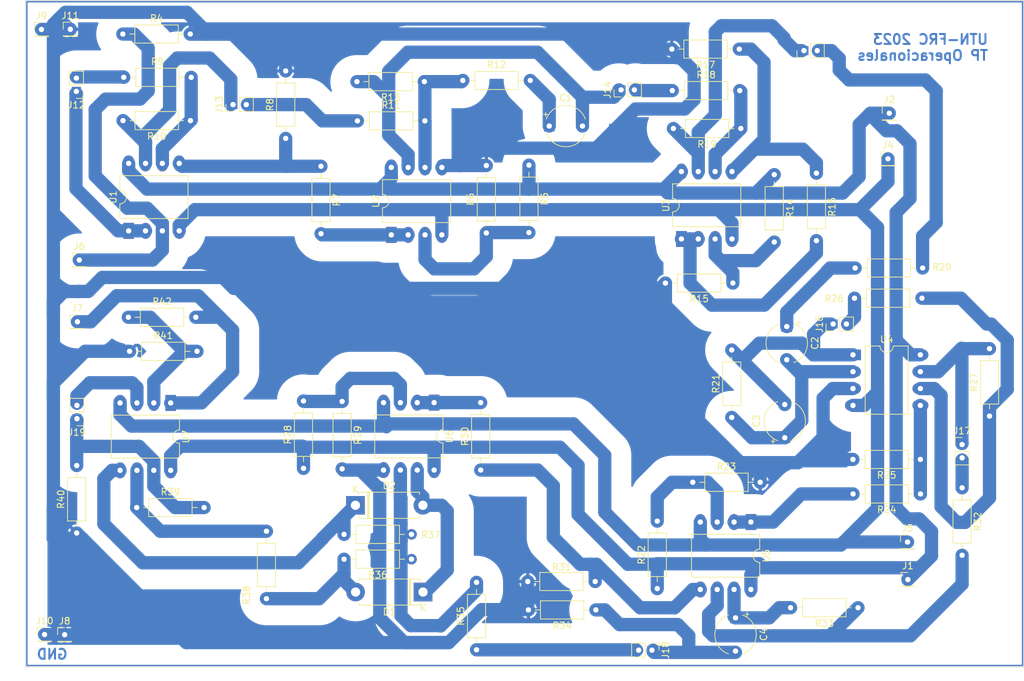
<source format=kicad_pcb>
(kicad_pcb (version 20221018) (generator pcbnew)
  (layers (0 "F.Cu" signal) (31 "B.Cu" signal) (34 "B.Paste" user) (35 "F.Paste" user) (36 "B.SilkS" user "B.Silkscreen") (37 "F.SilkS" user "F.Silkscreen") (38 "B.Mask" user) (39 "F.Mask" user) (44 "Edge.Cuts" user))
  (net 0 "")
  (net 1 "Net-(C1-Pad1)")
  (net 2 "Net-(J14-Pin_1)")
  (net 3 "Net-(C2-Pad1)")
  (net 4 "Net-(U4A--)")
  (net 5 "Net-(J16-Pin_1)")
  (net 6 "Net-(C4-Pad1)")
  (net 7 "Net-(J18-Pin_1)")
  (net 8 "Net-(D1-K)")
  (net 9 "Net-(D1-A)")
  (net 10 "Net-(D2-K)")
  (net 11 "+15V")
  (net 12 "-15V")
  (net 13 "INPUT")
  (net 14 "out")
  (net 15 "GND")
  (net 16 "Net-(J12-Pin_1)")
  (net 17 "out_E1")
  (net 18 "Net-(J13-Pin_1)")
  (net 19 "out_E2")
  (net 20 "out_E3")
  (net 21 "Net-(J15-Pin_1)")
  (net 22 "out_E4")
  (net 23 "out_E5")
  (net 24 "Net-(J17-Pin_1)")
  (net 25 "out_E6")
  (net 26 "out_E7")
  (net 27 "Net-(J19-Pin_1)")
  (net 28 "out_E8")
  (net 29 "Net-(U2A-+)")
  (net 30 "Net-(U1B-+)")
  (net 31 "Net-(U2A--)")
  (net 32 "Net-(U1B--)")
  (net 33 "Net-(U2B--)")
  (net 34 "Net-(U3A-+)")
  (net 35 "Net-(U3B-+)")
  (net 36 "Net-(U3A--)")
  (net 37 "Net-(U3B--)")
  (net 38 "Net-(U5A-+)")
  (net 39 "Net-(U4B-+)")
  (net 40 "Net-(U5A--)")
  (net 41 "Net-(U4B--)")
  (net 42 "Net-(U6A-+)")
  (net 43 "Net-(U5B-+)")
  (net 44 "Net-(U6A--)")
  (net 45 "Net-(U5B--)")
  (net 46 "Net-(U6B--)")
  (net 47 "Net-(U7A--)")
  (net 48 "Net-(U7B--)")
  (footprint "Resistor_THT:R_Axial_DIN0207_L6.3mm_D2.5mm_P10.16mm_Horizontal" (layer "F.Cu") (at 205.88 81.35 180)
    (fp_text reference "R20")
    (fp_text value "4.7K")
  )
  (footprint "Connector_PinHeader_2.00mm:PinHeader_1x01_P2.00mm_Vertical" (layer "F.Cu") (at 73.59 136.57)
    (fp_text reference "J10")
    (fp_text value "Conn_01x01_Pin")
  )
  (footprint "Connector_PinHeader_2.00mm:PinHeader_1x02_P2.00mm_Vertical" (layer "F.Cu") (at 165.1 138.93 -90)
    (fp_text reference "J18")
    (fp_text value "Conn_01x02")
  )
  (footprint "Connector_PinHeader_2.00mm:PinHeader_1x02_P2.00mm_Vertical" (layer "F.Cu") (at 188 48.6 90)
    (fp_text reference "J15" hide)
    (fp_text value "Conn_01x02")
  )
  (footprint "Connector_PinHeader_2.00mm:PinHeader_1x01_P2.00mm_Vertical" (layer "F.Cu") (at 73.12 45.41)
    (fp_text reference "J9")
    (fp_text value "Conn_01x01_Pin")
  )
  (footprint "Resistor_THT:R_Axial_DIN0207_L6.3mm_D2.5mm_P10.16mm_Horizontal" (layer "F.Cu") (at 112.6 111.54 90)
    (fp_text reference "R28")
    (fp_text value "13k")
  )
  (footprint "Capacitor_THT:CP_Radial_Tantal_D6.0mm_P5.00mm" (layer "F.Cu") (at 185.11 106.92 90)
    (fp_text reference "C3")
    (fp_text value "56pF")
  )
  (footprint "Capacitor_THT:CP_Radial_Tantal_D6.0mm_P5.00mm" (layer "F.Cu") (at 149.63 59.96)
    (fp_text reference "C1")
    (fp_text value "12nF")
  )
  (footprint "Resistor_THT:R_Axial_DIN0207_L6.3mm_D2.5mm_P10.16mm_Horizontal" (layer "F.Cu") (at 130.81 53.27 180)
    (fp_text reference "R13")
    (fp_text value "100k")
  )
  (footprint "Resistor_THT:R_Axial_DIN0207_L6.3mm_D2.5mm_P10.16mm_Horizontal" (layer "F.Cu") (at 156.55 128.58 180)
    (fp_text reference "R31")
    (fp_text value "100k")
  )
  (footprint "Package_DIP:DIP-8_W10.16mm_LongPads" (layer "F.Cu") (at 92.59 101.675 -90)
    (fp_text reference "U7")
    (fp_text value "TL082")
  )
  (footprint "Resistor_THT:R_Axial_DIN0207_L6.3mm_D2.5mm_P10.16mm_Horizontal" (layer "F.Cu") (at 140.15 76.07 90)
    (fp_text reference "R6")
    (fp_text value "2k")
  )
  (footprint "Resistor_THT:R_Axial_DIN0207_L6.3mm_D2.5mm_P10.16mm_Horizontal" (layer "F.Cu") (at 139.3 111.79 90)
    (fp_text reference "R30")
    (fp_text value "100k")
  )
  (footprint "Package_DIP:DIP-8_W10.16mm_LongPads" (layer "F.Cu") (at 195.385 94.43)
    (fp_text reference "U4")
    (fp_text value "TL082")
  )
  (footprint "Resistor_THT:R_Axial_DIN0207_L6.3mm_D2.5mm_P10.16mm_Horizontal" (layer "F.Cu") (at 178.26 48.37 180)
    (fp_text reference "R17")
    (fp_text value "47k")
  )
  (footprint "Resistor_THT:R_Axial_DIN0207_L6.3mm_D2.5mm_P10.16mm_Horizontal" (layer "F.Cu") (at 86.21 88.77)
    (fp_text reference "R42")
    (fp_text value "100k")
  )
  (footprint "Package_DIP:DIP-8_W10.16mm_LongPads" (layer "F.Cu") (at 169.54 76.975 90)
    (fp_text reference "U3")
    (fp_text value "TL082")
  )
  (footprint "Resistor_THT:R_Axial_DIN0207_L6.3mm_D2.5mm_P10.16mm_Horizontal" (layer "F.Cu") (at 95.57 59.14 180)
    (fp_text reference "R10")
    (fp_text value "100k")
  )
  (footprint "Resistor_THT:R_Axial_DIN0207_L6.3mm_D2.5mm_P10.16mm_Horizontal" (layer "F.Cu") (at 177.29 83.62 180)
    (fp_text reference "R15")
    (fp_text value "2k")
  )
  (footprint "Package_DIP:DIP-8_W10.16mm_LongPads" (layer "F.Cu") (at 125.83 76.355 90)
    (fp_text reference "U2")
    (fp_text value "TL082")
  )
  (footprint "Connector_PinHeader_2.00mm:PinHeader_1x02_P2.00mm_Vertical" (layer "F.Cu") (at 211.83 107.95)
    (fp_text reference "J17")
    (fp_text value "Conn_01x02")
  )
  (footprint "Resistor_THT:R_Axial_DIN0207_L6.3mm_D2.5mm_P10.16mm_Horizontal" (layer "F.Cu") (at 177.12 103.86 90)
    (fp_text reference "R21")
    (fp_text value "63k")
  )
  (footprint "Resistor_THT:R_Axial_DIN0207_L6.3mm_D2.5mm_P10.16mm_Horizontal" (layer "F.Cu") (at 205.56 115.39 180)
    (fp_text reference "R24")
    (fp_text value "100k")
  )
  (footprint "Resistor_THT:R_Axial_DIN0207_L6.3mm_D2.5mm_P10.16mm_Horizontal" (layer "F.Cu") (at 87.47 117.44)
    (fp_text reference "R39")
    (fp_text value "100k")
  )
  (footprint "Resistor_THT:R_Axial_DIN0207_L6.3mm_D2.5mm_P10.16mm_Horizontal" (layer "F.Cu") (at 85.52 52.62)
    (fp_text reference "R9")
    (fp_text value "100k")
  )
  (footprint "Connector_PinHeader_2.00mm:PinHeader_1x02_P2.00mm_Vertical" (layer "F.Cu") (at 78.47 104.05 180)
    (fp_text reference "J19")
    (fp_text value "Conn_01x02")
  )
  (footprint "Resistor_THT:R_Axial_DIN0207_L6.3mm_D2.5mm_P10.16mm_Horizontal" (layer "F.Cu") (at 109.92 61.82 90)
    (fp_text reference "R8")
    (fp_text value "100k")
  )
  (footprint "Connector_PinHeader_2.00mm:PinHeader_1x02_P2.00mm_Vertical" (layer "F.Cu") (at 192.4 89.79 90)
    (fp_text reference "J16")
    (fp_text value "Conn_01x02")
  )
  (footprint "Resistor_THT:R_Axial_DIN0207_L6.3mm_D2.5mm_P10.16mm_Horizontal" (layer "F.Cu") (at 165.9 129.65 90)
    (fp_text reference "R22")
    (fp_text value "13k")
  )
  (footprint "Connector_PinHeader_2.00mm:PinHeader_1x01_P2.00mm_Vertical" (layer "F.Cu") (at 200.66 64.9)
    (fp_text reference "J4")
    (fp_text value "Conn_01x01_Pin")
  )
  (footprint "Resistor_THT:R_Axial_DIN0207_L6.3mm_D2.5mm_P10.16mm_Horizontal" (layer "F.Cu") (at 196.15 132.53 180)
    (fp_text reference "R33")
    (fp_text value "42k")
  )
  (footprint "Resistor_THT:R_Axial_DIN0207_L6.3mm_D2.5mm_P10.16mm_Horizontal" (layer "F.Cu") (at 128.87 125.22 180)
    (fp_text reference "R36")
    (fp_text value "100k")
  )
  (footprint "Resistor_THT:R_Axial_DIN0207_L6.3mm_D2.5mm_P10.16mm_Horizontal" (layer "F.Cu") (at 86.4 93.9)
    (fp_text reference "R41")
    (fp_text value "100k")
  )
  (footprint "Resistor_THT:R_Axial_DIN0207_L6.3mm_D2.5mm_P10.16mm_Horizontal" (layer "F.Cu") (at 128.87 121.48 180)
    (fp_text reference "R37")
    (fp_text value "100k")
  )
  (footprint "Connector_PinHeader_2.00mm:PinHeader_1x02_P2.00mm_Vertical" (layer "F.Cu") (at 101.98 56.73 90)
    (fp_text reference "J13")
    (fp_text value "Conn_01x02")
  )
  (footprint "Capacitor_THT:CP_Radial_Tantal_D6.0mm_P5.00mm" (layer "F.Cu") (at 177.69 134.06 -90)
    (fp_text reference "C4")
    (fp_text value "10nF")
  )
  (footprint "Package_DIP:DIP-8_W10.16mm_LongPads" (layer "F.Cu") (at 180.01 119.625 -90)
    (fp_text reference "U5")
    (fp_text value "TL082")
  )
  (footprint "Package_DIP:DIP-8_W10.16mm_LongPads" (layer "F.Cu") (at 132.28 101.635 -90)
    (fp_text reference "U6")
    (fp_text value "TL082")
  )
  (footprint "Diode_THT:D_5W_P10.16mm_Horizontal" (layer "F.Cu") (at 130.61 130.17 180)
    (fp_text reference "D1")
    (fp_text value "1N914")
  )
  (footprint "Resistor_THT:R_Axial_DIN0207_L6.3mm_D2.5mm_P10.16mm_Horizontal" (layer "F.Cu") (at 195.62 85.9)
    (fp_text reference "R26")
    (fp_text value "100k")
  )
  (footprint "Connector_PinHeader_2.00mm:PinHeader_1x01_P2.00mm_Vertical" (layer "F.Cu") (at 78.54 89.45)
    (fp_text reference "J7")
    (fp_text value "Conn_01x01_Pin")
  )
  (footprint "Capacitor_THT:CP_Radial_Tantal_D6.0mm_P5.00mm" (layer "F.Cu") (at 185.41 90.17 -90)
    (fp_text reference "C2")
    (fp_text value "1nF")
  )
  (footprint "Connector_PinHeader_2.00mm:PinHeader_1x01_P2.00mm_Vertical" (layer "F.Cu") (at 77.47 45.38)
    (fp_text reference "J11")
    (fp_text value "Conn_01x01_Pin")
  )
  (footprint "Resistor_THT:R_Axial_DIN0207_L6.3mm_D2.5mm_P10.16mm_Horizontal" (layer "F.Cu") (at 107.02 131.17 90)
    (fp_text reference "R38")
    (fp_text value "100k")
  )
  (footprint "Connector_PinHeader_2.00mm:PinHeader_1x01_P2.00mm_Vertical" (layer "F.Cu") (at 76.62 136.6)
    (fp_text reference "J8")
    (fp_text value "Conn_01x01_Pin")
  )
  (footprint "Resistor_THT:R_Axial_DIN0207_L6.3mm_D2.5mm_P10.16mm_Horizontal" (layer "F.Cu") (at 178.49 60.33 180)
    (fp_text reference "R19")
    (fp_text value "47k")
  )
  (footprint "Connector_PinHeader_2.00mm:PinHeader_1x02_P2.00mm_Vertical" (layer "F.Cu") (at 160.45 54.51 90)
    (fp_text reference "J14")
    (fp_text value "Conn_01x02")
  )
  (footprint "Connector_PinHeader_2.00mm:PinHeader_1x01_P2.00mm_Vertical" (layer "F.Cu") (at 203.66 128.29)
    (fp_text reference "J1")
    (fp_text value "Conn_01x01_Pin")
  )
  (footprint "Resistor_THT:R_Axial_DIN0207_L6.3mm_D2.5mm_P10.16mm_Horizontal" (layer "F.Cu") (at 136.61 53.09)
    (fp_text reference "R12")
    (fp_text value "100")
  )
  (footprint "Resistor_THT:R_Axial_DIN0207_L6.3mm_D2.5mm_P10.16mm_Horizontal" (layer "F.Cu") (at 183.53 67.28 -90)
    (fp_text reference "R14")
    (fp_text value "12k")
  )
  (footprint "Resistor_THT:R_Axial_DIN0207_L6.3mm_D2.5mm_P10.16mm_Horizontal" (layer "F.Cu") (at 168.17 54.62)
    (fp_text reference "R18")
    (fp_text value "10k")
  )
  (footprint "Connector_PinHeader_2.00mm:PinHeader_1x01_P2.00mm_Vertical" (layer "F.Cu") (at 203.61 122.63)
    (fp_text reference "J5")
    (fp_text value "Conn_01x01_Pin")
  )
  (footprint "Resistor_THT:R_Axial_DIN0207_L6.3mm_D2.5mm_P10.16mm_Horizontal" (layer "F.Cu") (at 215.96 103.66 90)
    (fp_text reference "R27")
    (fp_text value "50k")
  )
  (footprint "Diode_THT:D_5W_P10.16mm_Horizontal" (layer "F.Cu") (at 120.43 117.1)
    (fp_text reference "D2")
    (fp_text value "1N914")
  )
  (footprint "Package_DIP:DIP-8_W10.16mm_LongPads" (layer "F.Cu") (at 86.26 75.75 90)
    (fp_text reference "U1")
    (fp_text value "TL082")
  )
  (footprint "Resistor_THT:R_Axial_DIN0207_L6.3mm_D2.5mm_P10.16mm_Horizontal" (layer "F.Cu") (at 120.73 59.18)
    (fp_text reference "R11")
    (fp_text value "10k")
  )
  (footprint "Resistor_THT:R_Axial_DIN0207_L6.3mm_D2.5mm_P10.16mm_Horizontal" (layer "F.Cu") (at 78.43 121.27 90)
    (fp_text reference "R40")
    (fp_text value "100k")
  )
  (footprint "Connector_PinHeader_2.00mm:PinHeader_1x01_P2.00mm_Vertical" (layer "F.Cu") (at 78.82 80.15)
    (fp_text reference "J6")
    (fp_text value "Conn_01x01_Pin")
  )
  (footprint "Resistor_THT:R_Axial_DIN0207_L6.3mm_D2.5mm_P10.16mm_Horizontal" (layer "F.Cu") (at 118.42 101.45 -90)
    (fp_text reference "R29")
    (fp_text value "2k")
  )
  (footprint "Resistor_THT:R_Axial_DIN0207_L6.3mm_D2.5mm_P10.16mm_Horizontal" (layer "F.Cu") (at 205.54 110.19 180)
    (fp_text reference "R25")
    (fp_text value "100k")
  )
  (footprint "Resistor_THT:R_Axial_DIN0207_L6.3mm_D2.5mm_P10.16mm_Horizontal" (layer "F.Cu") (at 115.24 66.02 -90)
    (fp_text reference "R7")
    (fp_text value "100k")
  )
  (footprint "Resistor_THT:R_Axial_DIN0207_L6.3mm_D2.5mm_P10.16mm_Horizontal" (layer "F.Cu") (at 171.25 113.63)
    (fp_text reference "R23")
    (fp_text value "2k")
  )
  (footprint "Resistor_THT:R_Axial_DIN0207_L6.3mm_D2.5mm_P10.16mm_Horizontal" (layer "F.Cu") (at 85.38 46.1)
    (fp_text reference "R4")
    (fp_text value "15k")
  )
  (footprint "Resistor_THT:R_Axial_DIN0207_L6.3mm_D2.5mm_P10.16mm_Horizontal" (layer "F.Cu") (at 211.83 114.47 -90)
    (fp_text reference "R32")
    (fp_text value "56k")
  )
  (footprint "Connector_PinHeader_2.00mm:PinHeader_1x01_P2.00mm_Vertical" (layer "F.Cu") (at 200.86 58.03)
    (fp_text reference "J2")
    (fp_text value "Conn_01x01_Pin")
  )
  (footprint "Resistor_THT:R_Axial_DIN0207_L6.3mm_D2.5mm_P10.16mm_Horizontal" (layer "F.Cu") (at 146.57 65.85 -90)
    (fp_text reference "R5")
    (fp_text value "18k")
  )
  (footprint "Resistor_THT:R_Axial_DIN0207_L6.3mm_D2.5mm_P10.16mm_Horizontal" (layer "F.Cu") (at 189.88 67.06 -90)
    (fp_text reference "R16")
    (fp_text value "10k")
  )
  (footprint "Resistor_THT:R_Axial_DIN0207_L6.3mm_D2.5mm_P10.16mm_Horizontal" (layer "F.Cu") (at 138.67 138.87 90)
    (fp_text reference "R35")
    (fp_text value "100k")
  )
  (footprint "Connector_PinHeader_2.00mm:PinHeader_1x02_P2.00mm_Vertical" (layer "F.Cu") (at 78.38 54.74 180)
    (fp_text reference "J12")
    (fp_text value "Conn_01x02")
  )
  (footprint "Resistor_THT:R_Axial_DIN0207_L6.3mm_D2.5mm_P10.16mm_Horizontal" (layer "F.Cu") (at 156.65 132.86 180)
    (fp_text reference "R34")
    (fp_text value "470")
  )
  (gr_line (start 70.93 141.23) (end 220.93 141.23) (stroke (width 0.2)) (layer "B.Cu"))
  (gr_line (start 70.93 41.23) (end 70.93 141.23) (stroke (width 0.2)) (layer "B.Cu"))
  (gr_line (start 220.93 41.23) (end 220.93 141.23) (stroke (width 0.2)) (layer "B.Cu"))
  (gr_line (start 70.93 41.23) (end 220.93 41.23) (stroke (width 0.2)) (layer "B.Cu"))
  (gr_rect (start 70.71 41.02) (end 221.12 141.44) (stroke (width 0.1)) (fill none) (layer "Edge.Cuts"))
  (gr_text "UTN-FRC 2023\nTP Operacionales " (at 215.9 50.2) (layer "B.Cu") (effects (font (size 1.5 1.5) (thickness 0.3) bold) (justify left bottom mirror)))
  (gr_text "GND" (at 77.22 140.42) (layer "B.Cu") (effects (font (size 1.5 1.5) (thickness 0.3) bold) (justify left bottom mirror)))
  (segment (start 149.63 55.95) (end 146.77 53.09) (width 2) (layer "B.Cu") (net 1))
  (segment (start 149.63 59.96) (end 149.63 55.95) (width 2) (layer "B.Cu") (net 1))
  (segment (start 128.37 64.27) (end 125.44 61.34) (width 2) (layer "B.Cu") (net 2))
  (segment (start 147.85 48.84) (end 128.31 48.84) (width 2) (layer "B.Cu") (net 2))
  (segment (start 160.125 54.835) (end 160.125 54.51) (width 2) (layer "B.Cu") (net 2))
  (segment (start 128.31 48.84) (end 125.44 51.71) (width 2) (layer "B.Cu") (net 2))
  (segment (start 128.37 66.195) (end 128.37 64.27) (width 2) (layer "B.Cu") (net 2))
  (segment (start 154.63 59.96) (end 154.63 55.62) (width 2) (layer "B.Cu") (net 2))
  (segment (start 125.44 51.71) (end 125.44 55.53) (width 2) (layer "B.Cu") (net 2))
  (segment (start 125.44 61.34) (end 125.44 55.53) (width 2) (layer "B.Cu") (net 2))
  (segment (start 154.63 55.62) (end 159.34 55.62) (width 2) (layer "B.Cu") (net 2))
  (segment (start 125.44 55.53) (end 123.18 53.27) (width 2) (layer "B.Cu") (net 2))
  (segment (start 123.18 53.27) (end 120.65 53.27) (width 2) (layer "B.Cu") (net 2))
  (segment (start 159.34 55.62) (end 160.125 54.835) (width 2) (layer "B.Cu") (net 2))
  (segment (start 154.63 55.62) (end 147.85 48.84) (width 2) (layer "B.Cu") (net 2))
  (segment (start 191.46 81.84) (end 191.95 81.35) (width 2) (layer "B.Cu") (net 3))
  (segment (start 185.41 87.99) (end 185.41 90.17) (width 2) (layer "B.Cu") (net 3))
  (segment (start 185.41 87.99) (end 191.46 81.94) (width 2) (layer "B.Cu") (net 3))
  (segment (start 191.46 81.94) (end 191.46 81.84) (width 2) (layer "B.Cu") (net 3))
  (segment (start 191.95 81.35) (end 195.72 81.35) (width 2) (layer "B.Cu") (net 3))
  (segment (start 195.385 96.97) (end 187.21 96.97) (width 2) (layer "B.Cu") (net 4))
  (segment (start 187.22 96.98) (end 185.41 95.17) (width 2) (layer "B.Cu") (net 4))
  (segment (start 185.11 106.92) (end 185.11 106.89) (width 2) (layer "B.Cu") (net 4))
  (segment (start 187.67 97.43) (end 187.22 96.98) (width 2) (layer "B.Cu") (net 4))
  (segment (start 187.67 104.33) (end 187.67 97.43) (width 2) (layer "B.Cu") (net 4))
  (segment (start 187.21 96.97) (end 185.41 95.17) (width 2) (layer "B.Cu") (net 4))
  (segment (start 185.11 106.92) (end 180.18 106.92) (width 2) (layer "B.Cu") (net 4))
  (segment (start 185.11 106.89) (end 187.67 104.33) (width 2) (layer "B.Cu") (net 4))
  (segment (start 180.18 106.92) (end 177.12 103.86) (width 2) (layer "B.Cu") (net 4))
  (segment (start 181.29 92.67) (end 178.69 95.27) (width 2) (layer "B.Cu") (net 5))
  (segment (start 187.67 92.67) (end 181.29 92.67) (width 2) (layer "B.Cu") (net 5))
  (segment (start 189.45 94.43) (end 189.45 91.33) (width 2) (layer "B.Cu") (net 5))
  (segment (start 178.69 95.27) (end 177.12 93.7) (width 2) (layer "B.Cu") (net 5))
  (segment (start 189.44 94.44) (end 187.67 92.67) (width 2) (layer "B.Cu") (net 5))
  (segment (start 189.45 94.43) (end 195.385 94.43) (width 2) (layer "B.Cu") (net 5))
  (segment (start 185.11 101.69) (end 178.69 95.27) (width 2) (layer "B.Cu") (net 5))
  (segment (start 189.45 91.33) (end 190.99 89.79) (width 2) (layer "B.Cu") (net 5))
  (segment (start 189.44 94.44) (end 189.45 94.43) (width 2) (layer "B.Cu") (net 5))
  (segment (start 190.99 89.79) (end 192.075 89.79) (width 2) (layer "B.Cu") (net 5))
  (segment (start 185.11 101.92) (end 185.11 101.69) (width 2) (layer "B.Cu") (net 5))
  (segment (start 177.47 133.84) (end 177.47 129.785) (width 2) (layer "B.Cu") (net 6))
  (segment (start 184.29 132.53) (end 182.76 134.06) (width 2) (layer "B.Cu") (net 6))
  (segment (start 185.99 132.53) (end 184.29 132.53) (width 2) (layer "B.Cu") (net 6))
  (segment (start 182.76 134.06) (end 177.69 134.06) (width 2) (layer "B.Cu") (net 6))
  (segment (start 177.69 134.06) (end 177.47 133.84) (width 2) (layer "B.Cu") (net 6))
  (segment (start 156.65 132.86) (end 158.01 132.86) (width 2) (layer "B.Cu") (net 7))
  (segment (start 160.22 135.07) (end 158.01 132.86) (width 2) (layer "B.Cu") (net 7))
  (segment (start 168.98 135.07) (end 160.22 135.07) (width 2) (layer "B.Cu") (net 7))
  (segment (start 165.43 139.26) (end 165.275 139.105) (width 2) (layer "B.Cu") (net 7))
  (segment (start 170.65 136.74) (end 170.65 139.26) (width 2) (layer "B.Cu") (net 7))
  (segment (start 165.275 139.105) (end 165.275 138.93) (width 2) (layer "B.Cu") (net 7))
  (segment (start 168.98 135.07) (end 170.65 136.74) (width 2) (layer "B.Cu") (net 7))
  (segment (start 170.65 139.26) (end 177.69 139.26) (width 2) (layer "B.Cu") (net 7))
  (segment (start 170.65 139.26) (end 165.43 139.26) (width 2) (layer "B.Cu") (net 7))
  (segment (start 130.94 130.17) (end 134.26 126.85) (width 2) (layer "B.Cu") (net 8))
  (segment (start 130.59 115.845) (end 130.59 117.1) (width 2) (layer "B.Cu") (net 8))
  (segment (start 134.26 117.96) (end 133.4 117.1) (width 2) (layer "B.Cu") (net 8))
  (segment (start 133.4 117.1) (end 130.59 117.1) (width 2) (layer "B.Cu") (net 8))
  (segment (start 134.26 126.85) (end 134.26 117.96) (width 2) (layer "B.Cu") (net 8))
  (segment (start 129.74 111.795) (end 129.74 114.995) (width 2) (layer "B.Cu") (net 8))
  (segment (start 129.74 114.995) (end 130.59 115.845) (width 2) (layer "B.Cu") (net 8))
  (segment (start 130.61 130.17) (end 130.94 130.17) (width 2) (layer "B.Cu") (net 8))
  (segment (start 118.71 127.42) (end 118.71 128.43) (width 2) (layer "B.Cu") (net 9))
  (segment (start 118.71 128.43) (end 120.45 130.17) (width 2) (layer "B.Cu") (net 9))
  (segment (start 107.02 131.17) (end 114.96 131.17) (width 2) (layer "B.Cu") (net 9))
  (segment (start 114.96 131.17) (end 118.71 127.42) (width 2) (layer "B.Cu") (net 9))
  (segment (start 118.71 125.22) (end 118.71 127.42) (width 2) (layer "B.Cu") (net 9))
  (segment (start 115.49 122.1) (end 111.83 125.76) (width 2) (layer "B.Cu") (net 10))
  (segment (start 83.765 111.835) (end 84.97 111.835) (width 2) (layer "B.Cu") (net 10))
  (segment (start 120.43 117.1) (end 115.49 122.04) (width 2) (layer "B.Cu") (net 10))
  (segment (start 88.37 125.76) (end 82.52 119.91) (width 2) (layer "B.Cu") (net 10))
  (segment (start 118.71 118.82) (end 120.43 117.1) (width 2) (layer "B.Cu") (net 10))
  (segment (start 82.52 119.91) (end 82.52 113.08) (width 2) (layer "B.Cu") (net 10))
  (segment (start 115.49 122.04) (end 115.49 122.1) (width 2) (layer "B.Cu") (net 10))
  (segment (start 111.83 125.76) (end 88.37 125.76) (width 2) (layer "B.Cu") (net 10))
  (segment (start 82.52 113.08) (end 83.765 111.835) (width 2) (layer "B.Cu") (net 10))
  (segment (start 118.71 121.48) (end 118.71 118.82) (width 2) (layer "B.Cu") (net 10))
  (segment (start 207.22 121.02) (end 207.22 124.73) (width 2) (layer "B.Cu") (net 11))
  (segment (start 125.83 67.787691) (end 125.83 66.195) (width 2) (layer "B.Cu") (net 11))
  (segment (start 196.32 67.57) (end 196.32 59.74) (width 2) (layer "B.Cu") (net 11))
  (segment (start 161.47 125.98) (end 165.9 125.98) (width 2) (layer "B.Cu") (net 11))
  (segment (start 112.45 108.2) (end 94.01 108.2) (width 2) (layer "B.Cu") (net 11))
  (segment (start 203.56 119.15) (end 205.35 119.15) (width 2) (layer "B.Cu") (net 11))
  (segment (start 151.22 108.35) (end 153.97 111.1) (width 2) (layer "B.Cu") (net 11))
  (segment (start 203.98 70.89) (end 203.98 62.65) (width 2) (layer "B.Cu") (net 11))
  (segment (start 201.9 117.49) (end 203.56 119.15) (width 2) (layer "B.Cu") (net 11))
  (segment (start 181.26 125.91) (end 181.86 126.51) (width 2) (layer "B.Cu") (net 11))
  (segment (start 200.43 60.68) (end 197.905 58.155) (width 2) (layer "B.Cu") (net 11))
  (segment (start 146.57 65.85) (end 146.57 69.43) (width 2) (layer "B.Cu") (net 11))
  (segment (start 203.98 62.65) (end 202.01 60.68) (width 2) (layer "B.Cu") (net 11))
  (segment (start 193.83 70.06) (end 196.32 67.57) (width 2) (layer "B.Cu") (net 11))
  (segment (start 205.44 126.51) (end 203.66 128.29) (width 2) (layer "B.Cu") (net 11))
  (segment (start 165.9 129.65) (end 165.9 125.98) (width 2) (layer "B.Cu") (net 11))
  (segment (start 207.22 124.73) (end 205.44 126.51) (width 2) (layer "B.Cu") (net 11))
  (segment (start 183.53 67.28) (end 180.75 70.06) (width 2) (layer "B.Cu") (net 11))
  (segment (start 205.35 119.15) (end 207.22 121.02) (width 2) (layer "B.Cu") (net 11))
  (segment (start 197.905 58.155) (end 198.03 58.03) (width 2) (layer "B.Cu") (net 11))
  (segment (start 181.86 126.51) (end 205.44 126.51) (width 2) (layer "B.Cu") (net 11))
  (segment (start 124.157691 69.46) (end 125.83 67.787691) (width 2) (layer "B.Cu") (net 11))
  (segment (start 92.59 111.705) (end 92.58 111.695) (width 2) (layer "B.Cu") (net 11))
  (segment (start 112.6 108.35) (end 132.35 108.35) (width 2) (layer "B.Cu") (net 11))
  (segment (start 153.97 111.1) (end 153.97 118.48) (width 2) (layer "B.Cu") (net 11))
  (segment (start 181.26 125.91) (end 165.83 125.91) (width 2) (layer "B.Cu") (net 11))
  (segment (start 202.01 60.68) (end 200.43 60.68) (width 2) (layer "B.Cu") (net 11))
  (segment (start 89.017309 69.46) (end 124.157691 69.46) (width 2) (layer "B.Cu") (net 11))
  (segment (start 167.495 70.06) (end 166.895 69.46) (width 2) (layer "B.Cu") (net 11))
  (segment (start 112.6 111.54) (end 112.6 108.35) (width 2) (layer "B.Cu") (net 11))
  (segment (start 86.26 65.59) (end 86.26 66.702691) (width 2) (layer "B.Cu") (net 11))
  (segment (start 196.32 59.74) (end 197.905 58.155) (width 2) (layer "B.Cu") (net 11))
  (segment (start 132.28 111.795) (end 132.28 108.42) (width 2) (layer "B.Cu") (net 11))
  (segment (start 201.9 72.97) (end 203.98 70.89) (width 2) (layer "B.Cu") (net 11))
  (segment (start 146.6 69.46) (end 124.157691 69.46) (width 2) (layer "B.Cu") (net 11))
  (segment (start 132.28 108.42) (end 132.35 108.35) (width 2) (layer "B.Cu") (net 11))
  (segment (start 180.75 70.06) (end 193.83 70.06) (width 2) (layer "B.Cu") (net 11))
  (segment (start 92.59 111.835) (end 92.59 111.705) (width 2) (layer "B.Cu") (net 11))
  (segment (start 153.97 118.48) (end 161.47 125.98) (width 2) (layer "B.Cu") (net 11))
  (segment (start 92.58 109.63) (end 92.58 111.695) (width 2) (layer "B.Cu") (net 11))
  (segment (start 181.45 126.1) (end 180.01 127.54) (width 2) (layer "B.Cu") (net 11))
  (segment (start 146.57 69.43) (end 146.6 69.46) (width 2) (layer "B.Cu") (net 11))
  (segment (start 132.35 108.35) (end 151.22 108.35) (width 2) (layer "B.Cu") (net 11))
  (segment (start 204.1 94.43) (end 205.545 94.43) (width 2) (layer "B.Cu") (net 11))
  (segment (start 112.6 108.35) (end 112.45 108.2) (width 2) (layer "B.Cu") (net 11))
  (segment (start 198.03 58.03) (end 200.86 58.03) (width 2) (layer "B.Cu") (net 11))
  (segment (start 201.9 92.23) (end 201.9 117.49) (width 2) (layer "B.Cu") (net 11))
  (segment (start 180.01 127.54) (end 180.01 129.785) (width 2) (layer "B.Cu") (net 11))
  (segment (start 201.9 92.23) (end 201.9 72.97) (width 2) (layer "B.Cu") (net 11))
  (segment (start 180.75 70.06) (end 167.495 70.06) (width 2) (layer "B.Cu") (net 11))
  (segment (start 181.45 126.1) (end 181.26 125.91) (width 2) (layer "B.Cu") (net 11))
  (segment (start 169.54 66.815) (end 166.895 69.46) (width 2) (layer "B.Cu") (net 11))
  (segment (start 86.26 66.702691) (end 89.017309 69.46) (width 2) (layer "B.Cu") (net 11))
  (segment (start 201.9 92.23) (end 204.1 94.43) (width 2) (layer "B.Cu") (net 11))
  (segment (start 94.01 108.2) (end 92.58 109.63) (width 2) (layer "B.Cu") (net 11))
  (segment (start 165.9 125.98) (end 165.83 125.91) (width 2) (layer "B.Cu") (net 11))
  (segment (start 166.895 69.46) (end 146.6 69.46) (width 2) (layer "B.Cu") (net 11))
  (segment (start 132.78 72.56) (end 133.45 73.23) (width 2) (layer "B.Cu") (net 12))
  (segment (start 177.16 76.975) (end 177.16 74.575) (width 2) (layer "B.Cu") (net 12))
  (segment (start 199.09 100.05) (end 199.09 75.23) (width 2) (layer "B.Cu") (net 12))
  (segment (start 199.09 75.23) (end 196.42 72.56) (width 2) (layer "B.Cu") (net 12))
  (segment (start 84.97 103.42) (end 84.96 103.43) (width 2) (layer "B.Cu") (net 12))
  (segment (start 197.09 102.05) (end 199.09 100.05) (width 2) (layer "B.Cu") (net 12))
  (segment (start 193.56 123.08) (end 199.09 117.55) (width 2) (layer "B.Cu") (net 12))
  (segment (start 93.88 74.91) (end 96.23 72.56) (width 2) (layer "B.Cu") (net 12))
  (segment (start 203.61 122.63) (end 194.01 122.63) (width 2) (layer "B.Cu") (net 12))
  (segment (start 133.45 73.23) (end 133.45 76.355) (width 2) (layer "B.Cu") (net 12))
  (segment (start 175.145 72.56) (end 196.42 72.56) (width 2) (layer "B.Cu") (net 12))
  (segment (start 173.25 123.08) (end 162.93 123.08) (width 2) (layer "B.Cu") (net 12))
  (segment (start 84.96 103.43) (end 84.96 101.535) (width 2) (layer "B.Cu") (net 12))
  (segment (start 175.145 72.56) (end 132.78 72.56) (width 2) (layer "B.Cu") (net 12))
  (segment (start 177.16 74.575) (end 175.145 72.56) (width 2) (layer "B.Cu") (net 12))
  (segment (start 125.075 105.25) (end 124.985 105.16) (width 2) (layer "B.Cu") (net 12))
  (segment (start 124.985 105.16) (end 86.69 105.16) (width 2) (layer "B.Cu") (net 12))
  (segment (start 84.97 101.675) (end 84.97 103.42) (width 2) (layer "B.Cu") (net 12))
  (segment (start 172.39 122.22) (end 172.39 119.625) (width 2) (layer "B.Cu") (net 12))
  (segment (start 162.93 123.08) (end 157.99 118.14) (width 2) (layer "B.Cu") (net 12))
  (segment (start 96.23 72.56) (end 132.78 72.56) (width 2) (layer "B.Cu") (net 12))
  (segment (start 86.69 105.16) (end 84.96 103.43) (width 2) (layer "B.Cu") (net 12))
  (segment (start 173.25 123.08) (end 172.39 122.22) (width 2) (layer "B.Cu") (net 12))
  (segment (start 157.99 109.56) (end 153.265 104.835) (width 2) (layer "B.Cu") (net 12))
  (segment (start 124.66 104.835) (end 124.66 101.635) (width 2) (layer "B.Cu") (net 12))
  (segment (start 200.66 68.32) (end 200.66 64.9) (width 2) (layer "B.Cu") (net 12))
  (segment (start 196.42 72.56) (end 200.66 68.32) (width 2) (layer "B.Cu") (net 12))
  (segment (start 199.09 117.55) (end 199.09 100.05) (width 2) (layer "B.Cu") (net 12))
  (segment (start 93.88 75.75) (end 93.88 74.91) (width 2) (layer "B.Cu") (net 12))
  (segment (start 194.01 122.63) (end 193.56 123.08) (width 2) (layer "B.Cu") (net 12))
  (segment (start 157.99 118.14) (end 157.99 109.56) (width 2) (layer "B.Cu") (net 12))
  (segment (start 125.075 105.25) (end 124.66 104.835) (width 2) (layer "B.Cu") (net 12))
  (segment (start 173.25 123.08) (end 193.56 123.08) (width 2) (layer "B.Cu") (net 12))
  (segment (start 153.265 104.835) (end 124.66 104.835) (width 2) (layer "B.Cu") (net 12))
  (segment (start 195.385 102.05) (end 197.09 102.05) (width 2) (layer "B.Cu") (net 12))
  (segment (start 87.97 55.9) (end 89.2 54.67) (width 2) (layer "B.Cu") (net 13))
  (segment (start 91.34 78.67) (end 91.34 75.75) (width 2) (layer "B.Cu") (net 13))
  (segment (start 89.2 48.22) (end 87.08 46.1) (width 2) (layer "B.Cu") (net 13))
  (segment (start 89.2 54.67) (end 89.2 48.22) (width 2) (layer "B.Cu") (net 13))
  (segment (start 86.08 72.34) (end 81.22 67.48) (width 2) (layer "B.Cu") (net 13))
  (segment (start 87.08 46.1) (end 85.38 46.1) (width 2) (layer "B.Cu") (net 13))
  (segment (start 82.8 55.9) (end 87.97 55.9) (width 2) (layer "B.Cu") (net 13))
  (segment (start 81.23 57.47) (end 82.8 55.9) (width 2) (layer "B.Cu") (net 13))
  (segment (start 78.82 80.15) (end 89.86 80.15) (width 2) (layer "B.Cu") (net 13))
  (segment (start 89.86 80.15) (end 91.34 78.67) (width 2) (layer "B.Cu") (net 13))
  (segment (start 81.22 57.47) (end 81.23 57.47) (width 2) (layer "B.Cu") (net 13))
  (segment (start 91.34 74.637309) (end 89.042691 72.34) (width 2) (layer "B.Cu") (net 13))
  (segment (start 89.042691 72.34) (end 86.08 72.34) (width 2) (layer "B.Cu") (net 13))
  (segment (start 81.22 67.48) (end 81.22 57.47) (width 2) (layer "B.Cu") (net 13))
  (segment (start 91.34 75.75) (end 91.34 74.637309) (width 2) (layer "B.Cu") (net 13))
  (segment (start 101.92 90.72) (end 99.97 88.77) (width 2) (layer "B.Cu") (net 14))
  (segment (start 99.97 88.77) (end 96.37 88.77) (width 2) (layer "B.Cu") (net 14))
  (segment (start 84.47 85.53) (end 96.73 85.53) (width 2) (layer "B.Cu") (net 14))
  (segment (start 92.59 101.675) (end 97.205 101.675) (width 2) (layer "B.Cu") (net 14))
  (segment (start 80.55 89.45) (end 84.47 85.53) (width 2) (layer "B.Cu") (net 14))
  (segment (start 101.92 96.96) (end 101.92 90.72) (width 2) (layer "B.Cu") (net 14))
  (segment (start 97.205 101.675) (end 101.92 96.96) (width 2) (layer "B.Cu") (net 14))
  (segment (start 78.54 89.45) (end 80.55 89.45) (width 2) (layer "B.Cu") (net 14))
  (segment (start 96.73 85.53) (end 99.97 88.77) (width 2) (layer "B.Cu") (net 14))
  (segment (start 74.92 100.81) (end 74.92 117.76) (width 2) (layer "B.Cu") (net 15))
  (segment (start 156.71 63.3) (end 138.86 63.3) (width 2) (layer "B.Cu") (net 15))
  (segment (start 77.47 45.38) (end 77.32 45.38) (width 2) (layer "B.Cu") (net 15))
  (segment (start 127.784466 137.78) (end 134.49 137.78) (width 2) (layer "B.Cu") (net 15))
  (segment (start 80.93 123.77) (end 94.94 137.78) (width 2) (layer "B.Cu") (net 15))
  (segment (start 73.12 45.41) (end 77.44 45.41) (width 2) (layer "B.Cu") (net 15))
  (segment (start 97.86 46.1) (end 102.55 46.1) (width 2) (layer "B.Cu") (net 15))
  (segment (start 74.92 117.76) (end 74.9 117.78) (width 2) (layer "B.Cu") (net 15))
  (segment (start 94.94 137.78) (end 134.49 137.78) (width 2) (layer "B.Cu") (net 15))
  (segment (start 74.92 44.64) (end 74.92 88.44) (width 2) (layer "B.Cu") (net 15))
  (segment (start 178.42 110.68) (end 175.6 107.86) (width 2) (layer "B.Cu") (net 15))
  (segment (start 106.33 46.1) (end 157.57 46.1) (width 2) (layer "B.Cu") (net 15))
  (segment (start 171.46 55.96) (end 170.03 57.39) (width 2) (layer "B.Cu") (net 15))
  (segment (start 190.89 100.96) (end 190.89 106.87) (width 2) (layer "B.Cu") (net 15))
  (segment (start 95.05 42.83) (end 76.73 42.83) (width 2) (layer "B.Cu") (net 15))
  (segment (start 78.76 84.88) (end 78.75 84.89) (width 2) (layer "B.Cu") (net 15))
  (segment (start 74.92 98.68) (end 74.92 100.81) (width 2) (layer "B.Cu") (net 15))
  (segment (start 109.92 51.66) (end 109.92 49.69) (width 2) (layer "B.Cu") (net 15))
  (segment (start 79.25 122.09) (end 80.93 123.77) (width 2) (layer "B.Cu") (net 15))
  (segment (start 124.66 111.795) (end 121.17 111.795) (width 2) (layer "B.Cu") (net 15))
  (segment (start 146.39 132.76) (end 146.49 132.86) (width 2) (layer "B.Cu") (net 15))
  (segment (start 102.55 46.1) (end 106.33 46.1) (width 2) (layer "B.Cu") (net 15))
  (segment (start 95.54 46.1) (end 97.86 46.1) (width 2) (layer "B.Cu") (net 15))
  (segment (start 124.09 134.085534) (end 127.784466 137.78) (width 2) (layer "B.Cu") (net 15))
  (segment (start 175.6 107.86) (end 167.13 99.39) (width 2) (layer "B.Cu") (net 15))
  (segment (start 77.32 45.38) (end 75.75 43.81) (width 2) (layer "B.Cu") (net 15))
  (segment (start 170.03 57.39) (end 162.62 57.39) (width 2) (layer "B.Cu") (net 15))
  (segment (start 74.92 88.44) (end 74.92 100.81) (width 2) (layer "B.Cu") (net 15))
  (segment (start 133.735 65.91) (end 133.45 66.195) (width 2) (layer "B.Cu") (net 15))
  (segment (start 93.76 136.6) (end 94.94 137.78) (width 2) (layer "B.Cu") (net 15))
  (segment (start 159.84 48.37) (end 168.1 48.37) (width 2) (layer "B.Cu") (net 15))
  (segment (start 167.13 99.39) (end 167.13 83.62) (width 2) (layer "B.Cu") (net 15))
  (segment (start 79.7 93.9) (end 74.92 98.68) (width 2) (layer "B.Cu") (net 15))
  (segment (start 167.13 83.62) (end 166.330001 84.419999) (width 2) (layer "B.Cu") (net 15))
  (segment (start 77.44 45.41) (end 77.47 45.38) (width 2) (layer "B.Cu") (net 15))
  (segment (start 76.62 136.6) (end 93.76 136.6) (width 2) (layer "B.Cu") (net 15))
  (segment (start 118.605 111.795) (end 118.42 111.61) (width 2) (layer "B.Cu") (net 15))
  (segment (start 121.17 111.795) (end 118.605 111.795) (width 2) (layer "B.Cu") (net 15))
  (segment (start 95.54 46.1) (end 104.36 46.1) (width 2) (layer "B.Cu") (net 15))
  (segment (start 162.62 57.39) (end 156.71 63.3) (width 2) (layer "B.Cu") (net 15))
  (segment (start 102.55 46.1) (end 104.36 46.1) (width 2) (layer "B.Cu") (net 15))
  (segment (start 195.385 99.51) (end 192.34 99.51) (width 2) (layer "B.Cu") (net 15))
  (segment (start 136.25 65.91) (end 133.735 65.91) (width 2) (layer "B.Cu") (net 15))
  (segment (start 78.43 121.27) (end 80.93 123.77) (width 2) (layer "B.Cu") (net 15))
  (segment (start 192.34 99.51) (end 190.89 100.96) (width 2) (layer "B.Cu") (net 15))
  (segment (start 76.53 84.89) (end 74.92 86.5) (width 2) (layer "B.Cu") (net 15))
  (segment (start 121.17 111.795) (end 123.845 114.47) (width 2) (layer "B.Cu") (net 15))
  (segment (start 171.46 51.72) (end 171.46 55.96) (width 2) (layer "B.Cu") (net 15))
  (segment (start 73.59 136.57) (end 76.59 136.57) (width 2) (layer "B.Cu") (net 15))
  (segment (start 78.75 84.89) (end 76.53 84.89) (width 2) (layer "B.Cu") (net 15))
  (segment (start 97.86 45.64) (end 95.05 42.83) (width 2) (layer "B.Cu") (net 15))
  (segment (start 86.4 93.9) (end 79.7 93.9) (width 2) (layer "B.Cu") (net 15))
  (segment (start 74.9 117.78) (end 74.9 122.09) (width 2) (layer "B.Cu") (net 15))
  (segment (start 187.57 110.19) (end 187.08 110.68) (width 2) (layer "B.Cu") (net 15))
  (segment (start 140.15 65.91) (end 139.68 65.91) (width 2) (layer "B.Cu") (net 15))
  (segment (start 74.92 86.5) (end 74.92 88.44) (width 2) (layer "B.Cu") (net 15))
  (segment (start 146.39 128.58) (end 146.39 132.76) (width 2) (layer "B.Cu") (net 15))
  (segment (start 195.38 110.19) (end 187.57 110.19) (width 2) (layer "B.Cu") (net 15))
  (segment (start 187.08 110.68) (end 181.3 110.68) (width 2) (layer "B.Cu") (net 15))
  (segment (start 181.3 110.68) (end 178.42 110.68) (width 2) (layer "B.Cu") (net 15))
  (segment (start 97.86 46.1) (end 97.86 45.64) (width 2) (layer "B.Cu") (net 15))
  (segment (start 181.41 110.79) (end 181.3 110.68) (width 2) (layer "B.Cu") (net 15))
  (segment (start 168.1 48.37) (end 171.45 51.72) (width 2) (layer "B.Cu") (net 15))
  (segment (start 139.45 132.82) (end 146.33 132.82) (width 2) (layer "B.Cu") (net 15))
  (segment (start 100.45 82.77) (end 82.28 82.77) (width 2) (layer "B.Cu") (net 15))
  (segment (start 138.86 63.3) (end 136.25 65.91) (width 2) (layer "B.Cu") (net 15))
  (segment (start 74.9 122.09) (end 79.25 122.09) (width 2) (layer "B.Cu") (net 15))
  (segment (start 76.73 42.83) (end 75.75 43.81) (width 2) (layer "B.Cu") (net 15))
  (segment (start 109.92 49.69) (end 106.33 46.1) (width 2) (layer "B.Cu") (net 15))
  (segment (start 134.49 137.78) (end 139.45 132.82) (width 2) (layer "B.Cu") (net 15))
  (segment (start 139.68 65.91) (end 136.25 65.91) (width 2) (layer "B.Cu") (net 15))
  (segment (start 146.33 132.82) (end 146.39 132.76) (width 2) (layer "B.Cu") (net 15))
  (segment (start 181.41 113.63) (end 181.41 110.79) (width 2) (layer "B.Cu") (net 15))
  (segment (start 75.75 43.81) (end 74.92 44.64) (width 2) (layer "B.Cu") (net 15))
  (segment (start 80.17 84.88) (end 78.76 84.88) (width 2) (layer "B.Cu") (net 15))
  (segment (start 171.45 51.72) (end 171.46 51.72) (width 2) (layer "B.Cu") (net 15))
  (segment (start 102.099999 84.419999) (end 100.45 82.77) (width 2) (layer "B.Cu") (net 15))
  (segment (start 124.09 114.47) (end 124.09 134.085534) (width 2) (layer "B.Cu") (net 15))
  (segment (start 76.59 136.57) (end 76.62 136.6) (width 2) (layer "B.Cu") (net 15))
  (segment (start 157.57 46.1) (end 159.84 48.37) (width 2) (layer "B.Cu") (net 15))
  (segment (start 123.845 114.47) (end 124.09 114.47) (width 2) (layer "B.Cu") (net 15))
  (segment (start 82.28 82.77) (end 80.17 84.88) (width 2) (layer "B.Cu") (net 15))
  (segment (start 190.89 106.87) (end 187.08 110.68) (width 2) (layer "B.Cu") (net 15))
  (segment (start 166.330001 84.419999) (end 102.099999 84.419999) (width 2) (layer "B.Cu") (net 15))
  (segment (start 84.67 75.75) (end 78.32 69.4) (width 2) (layer "B.Cu") (net 16))
  (segment (start 86.26 75.75) (end 84.67 75.75) (width 2) (layer "B.Cu") (net 16))
  (segment (start 78.32 69.4) (end 78.32 55.065) (width 2) (layer "B.Cu") (net 16))
  (segment (start 78.32 55.065) (end 78.38 55.065) (width 2) (layer "B.Cu") (net 16))
  (segment (start 88.8 75.75) (end 86.26 75.75) (width 2) (layer "B.Cu") (net 16))
  (segment (start 85.465 52.565) (end 78.38 52.565) (width 2) (layer "B.Cu") (net 17))
  (segment (start 85.52 52.62) (end 85.465 52.565) (width 2) (layer "B.Cu") (net 17))
  (segment (start 88.8 62.53) (end 88.8 61.19) (width 2) (layer "B.Cu") (net 18))
  (segment (start 98.44 49.71) (end 101.655 52.925) (width 2) (layer "B.Cu") (net 18))
  (segment (start 93.58 49.71) (end 98.44 49.71) (width 2) (layer "B.Cu") (net 18))
  (segment (start 85.41 59.14) (end 88.8 62.53) (width 2) (layer "B.Cu") (net 18))
  (segment (start 92.43 50.86) (end 93.58 49.71) (width 2) (layer "B.Cu") (net 18))
  (segment (start 92.43 57.56) (end 92.43 50.86) (width 2) (layer "B.Cu") (net 18))
  (segment (start 88.8 61.19) (end 92.43 57.56) (width 2) (layer "B.Cu") (net 18))
  (segment (start 101.655 52.925) (end 101.655 56.73) (width 2) (layer "B.Cu") (net 18))
  (segment (start 88.8 62.53) (end 88.8 65.59) (width 2) (layer "B.Cu") (net 18))
  (segment (start 120.73 59.18) (end 115.44 59.18) (width 2) (layer "B.Cu") (net 19))
  (segment (start 112.99 56.73) (end 104.155 56.73) (width 2) (layer "B.Cu") (net 19))
  (segment (start 115.44 59.18) (end 112.99 56.73) (width 2) (layer "B.Cu") (net 19))
  (segment (start 168.17 54.62) (end 162.735 54.62) (width 2) (layer "B.Cu") (net 20))
  (segment (start 162.735 54.62) (end 162.625 54.51) (width 2) (layer "B.Cu") (net 20))
  (segment (start 183.17 44.85) (end 185.01 46.69) (width 2) (layer "B.Cu") (net 21))
  (segment (start 174.65 45.76) (end 175.56 44.85) (width 2) (layer "B.Cu") (net 21))
  (segment (start 172.08 64.08) (end 172.08 66.815) (width 2) (layer "B.Cu") (net 21))
  (segment (start 168.33 60.33) (end 172.08 64.08) (width 2) (layer "B.Cu") (net 21))
  (segment (start 186.639466 48.6) (end 187.675 48.6) (width 2) (layer "B.Cu") (net 21))
  (segment (start 172.08 60.85) (end 174.65 58.28) (width 2) (layer "B.Cu") (net 21))
  (segment (start 172.08 64.08) (end 172.08 60.85) (width 2) (layer "B.Cu") (net 21))
  (segment (start 185.01 46.69) (end 185.01 46.970534) (width 2) (layer "B.Cu") (net 21))
  (segment (start 175.56 44.85) (end 183.17 44.85) (width 2) (layer "B.Cu") (net 21))
  (segment (start 174.65 58.28) (end 174.65 45.76) (width 2) (layer "B.Cu") (net 21))
  (segment (start 185.01 46.970534) (end 186.639466 48.6) (width 2) (layer "B.Cu") (net 21))
  (segment (start 207.93 74.49) (end 207.93 54.67) (width 2) (layer "B.Cu") (net 22))
  (segment (start 193.32 49.78) (end 192.14 48.6) (width 2) (layer "B.Cu") (net 22))
  (segment (start 194.8 53.02) (end 193.32 51.54) (width 2) (layer "B.Cu") (net 22))
  (segment (start 193.32 51.54) (end 193.32 49.78) (width 2) (layer "B.Cu") (net 22))
  (segment (start 205.88 81.35) (end 205.88 76.54) (width 2) (layer "B.Cu") (net 22))
  (segment (start 207.93 54.67) (end 206.28 53.02) (width 2) (layer "B.Cu") (net 22))
  (segment (start 205.88 76.54) (end 207.93 74.49) (width 2) (layer "B.Cu") (net 22))
  (segment (start 206.28 53.02) (end 194.8 53.02) (width 2) (layer "B.Cu") (net 22))
  (segment (start 192.14 48.6) (end 190.175 48.6) (width 2) (layer "B.Cu") (net 22))
  (segment (start 195.62 85.9) (end 195.62 88.745) (width 2) (layer "B.Cu") (net 23))
  (segment (start 195.62 88.745) (end 194.575 89.79) (width 2) (layer "B.Cu") (net 23))
  (segment (start 211.8 93.5) (end 211.75 93.45) (width 2) (layer "B.Cu") (net 24))
  (segment (start 211.8 93.5) (end 211.8 107.775) (width 2) (layer "B.Cu") (net 24))
  (segment (start 211.75 93.45) (end 208.23 96.97) (width 2) (layer "B.Cu") (net 24))
  (segment (start 215.96 93.5) (end 211.8 93.5) (width 2) (layer "B.Cu") (net 24))
  (segment (start 208.23 96.97) (end 205.545 96.97) (width 2) (layer "B.Cu") (net 24))
  (segment (start 211.8 107.775) (end 211.83 107.775) (width 2) (layer "B.Cu") (net 24))
  (segment (start 211.83 114.47) (end 211.83 110.275) (width 2) (layer "B.Cu") (net 25))
  (segment (start 138.67 138.87) (end 162.675 138.87) (width 2) (layer "B.Cu") (net 26))
  (segment (start 162.675 138.87) (end 162.695 138.85) (width 2) (layer "B.Cu") (net 26))
  (segment (start 162.695 138.85) (end 162.775 138.93) (width 2) (layer "B.Cu") (net 26))
  (segment (start 90.05 111.835) (end 90.05 110.45) (width 2) (layer "B.Cu") (net 27))
  (segment (start 78.43 108.22) (end 78.43 104.265) (width 2) (layer "B.Cu") (net 27))
  (segment (start 90.05 114.22) (end 93.27 117.44) (width 2) (layer "B.Cu") (net 27))
  (segment (start 90.05 110.45) (end 87.82 108.22) (width 2) (layer "B.Cu") (net 27))
  (segment (start 93.27 117.44) (end 97.63 117.44) (width 2) (layer "B.Cu") (net 27))
  (segment (start 78.43 111.11) (end 78.43 108.22) (width 2) (layer "B.Cu") (net 27))
  (segment (start 78.43 104.265) (end 78.47 104.225) (width 2) (layer "B.Cu") (net 27))
  (segment (start 87.82 108.22) (end 78.43 108.22) (width 2) (layer "B.Cu") (net 27))
  (segment (start 90.05 111.835) (end 90.05 114.22) (width 2) (layer "B.Cu") (net 27))
  (segment (start 78.47 100.59) (end 78.47 101.725) (width 2) (layer "B.Cu") (net 28))
  (segment (start 87.51 99.38) (end 86.77 98.64) (width 2) (layer "B.Cu") (net 28))
  (segment (start 86.77 98.64) (end 80.42 98.64) (width 2) (layer "B.Cu") (net 28))
  (segment (start 87.51 101.675) (end 87.51 99.38) (width 2) (layer "B.Cu") (net 28))
  (segment (start 80.42 98.64) (end 78.47 100.59) (width 2) (layer "B.Cu") (net 28))
  (segment (start 146.57 76.01) (end 140.21 76.01) (width 2) (layer "B.Cu") (net 29))
  (segment (start 130.91 80.06) (end 130.91 76.355) (width 2) (layer "B.Cu") (net 29))
  (segment (start 132.33 81.48) (end 130.91 80.06) (width 2) (layer "B.Cu") (net 29))
  (segment (start 140.21 76.01) (end 140.15 76.07) (width 2) (layer "B.Cu") (net 29))
  (segment (start 140.15 76.07) (end 140.15 79.61) (width 2) (layer "B.Cu") (net 29))
  (segment (start 138.28 81.48) (end 132.33 81.48) (width 2) (layer "B.Cu") (net 29))
  (segment (start 140.15 79.61) (end 138.28 81.48) (width 2) (layer "B.Cu") (net 29))
  (segment (start 109.92 65.97) (end 109.97 66.02) (width 2) (layer "B.Cu") (net 30))
  (segment (start 109.97 66.02) (end 94.31 66.02) (width 2) (layer "B.Cu") (net 30))
  (segment (start 109.92 61.82) (end 109.92 65.97) (width 2) (layer "B.Cu") (net 30))
  (segment (start 94.31 66.02) (end 93.88 65.59) (width 2) (layer "B.Cu") (net 30))
  (segment (start 115.24 66.02) (end 109.97 66.02) (width 2) (layer "B.Cu") (net 30))
  (segment (start 125.83 76.355) (end 115.415 76.355) (width 2) (layer "B.Cu") (net 31))
  (segment (start 115.415 76.355) (end 115.24 76.18) (width 2) (layer "B.Cu") (net 31))
  (segment (start 128.37 76.355) (end 125.83 76.355) (width 2) (layer "B.Cu") (net 31))
  (segment (start 95.68 59.03) (end 95.57 59.14) (width 2) (layer "B.Cu") (net 32))
  (segment (start 91.34 63.37) (end 91.34 65.59) (width 2) (layer "B.Cu") (net 32))
  (segment (start 95.68 52.62) (end 95.68 59.03) (width 2) (layer "B.Cu") (net 32))
  (segment (start 95.57 59.14) (end 91.34 63.37) (width 2) (layer "B.Cu") (net 32))
  (segment (start 130.89 53.35) (end 130.81 53.27) (width 2) (layer "B.Cu") (net 33))
  (segment (start 130.91 59.2) (end 130.89 59.18) (width 2) (layer "B.Cu") (net 33))
  (segment (start 130.89 59.18) (end 130.89 53.35) (width 2) (layer "B.Cu") (net 33))
  (segment (start 136.43 53.27) (end 136.61 53.09) (width 2) (layer "B.Cu") (net 33))
  (segment (start 130.91 66.195) (end 130.91 59.2) (width 2) (layer "B.Cu") (net 33))
  (segment (start 130.81 53.27) (end 136.43 53.27) (width 2) (layer "B.Cu") (net 33))
  (segment (start 183.53 77.44) (end 180.73 80.24) (width 2) (layer "B.Cu") (net 34))
  (segment (start 180.73 80.24) (end 175.485 80.24) (width 2) (layer "B.Cu") (net 34))
  (segment (start 174.62 79.375) (end 174.62 76.975) (width 2) (layer "B.Cu") (net 34))
  (segment (start 177.29 83.62) (end 177.29 82.045) (width 2) (layer "B.Cu") (net 34))
  (segment (start 177.29 82.045) (end 175.485 80.24) (width 2) (layer "B.Cu") (net 34))
  (segment (start 175.485 80.24) (end 174.62 79.375) (width 2) (layer "B.Cu") (net 34))
  (segment (start 180.525 63.45) (end 177.16 66.815) (width 2) (layer "B.Cu") (net 35))
  (segment (start 187.82 63.45) (end 180.525 63.45) (width 2) (layer "B.Cu") (net 35))
  (segment (start 179.99 48.37) (end 181.99 50.37) (width 2) (layer "B.Cu") (net 35))
  (segment (start 181.99 50.37) (end 181.99 61.985) (width 2) (layer "B.Cu") (net 35))
  (segment (start 189.88 65.51) (end 187.82 63.45) (width 2) (layer "B.Cu") (net 35))
  (segment (start 189.88 67.06) (end 189.88 65.51) (width 2) (layer "B.Cu") (net 35))
  (segment (start 178.26 48.37) (end 179.99 48.37) (width 2) (layer "B.Cu") (net 35))
  (segment (start 181.99 61.985) (end 180.525 63.45) (width 2) (layer "B.Cu") (net 35))
  (segment (start 174.14 86.94) (end 170.84 83.64) (width 2) (layer "B.Cu") (net 36))
  (segment (start 169.54 76.975) (end 170.84 76.975) (width 2) (layer "B.Cu") (net 36))
  (segment (start 189.88 79.08) (end 182.02 86.94) (width 2) (layer "B.Cu") (net 36))
  (segment (start 170.84 83.64) (end 170.84 76.975) (width 2) (layer "B.Cu") (net 36))
  (segment (start 189.88 77.22) (end 189.88 79.08) (width 2) (layer "B.Cu") (net 36))
  (segment (start 170.84 76.975) (end 172.08 76.975) (width 2) (layer "B.Cu") (net 36))
  (segment (start 182.02 86.94) (end 174.14 86.94) (width 2) (layer "B.Cu") (net 36))
  (segment (start 178.49 60.33) (end 174.62 64.2) (width 2) (layer "B.Cu") (net 37))
  (segment (start 178.49 54.78) (end 178.33 54.62) (width 2) (layer "B.Cu") (net 37))
  (segment (start 178.49 60.33) (end 178.49 54.78) (width 2) (layer "B.Cu") (net 37))
  (segment (start 174.62 64.2) (end 174.62 66.815) (width 2) (layer "B.Cu") (net 37))
  (segment (start 168.12 113.63) (end 171.25 113.63) (width 2) (layer "B.Cu") (net 38))
  (segment (start 173.48 113.63) (end 171.25 113.63) (width 2) (layer "B.Cu") (net 38))
  (segment (start 174.93 115.08) (end 173.48 113.63) (width 2) (layer "B.Cu") (net 38))
  (segment (start 165.9 115.85) (end 168.12 113.63) (width 2) (layer "B.Cu") (net 38))
  (segment (start 174.93 119.625) (end 174.93 115.08) (width 2) (layer "B.Cu") (net 38))
  (segment (start 165.9 119.49) (end 165.9 115.85) (width 2) (layer "B.Cu") (net 38))
  (segment (start 205.545 102.05) (end 205.545 110.185) (width 2) (layer "B.Cu") (net 39))
  (segment (start 205.545 110.185) (end 205.54 110.19) (width 2) (layer "B.Cu") (net 39))
  (segment (start 205.54 115.37) (end 205.56 115.39) (width 2) (layer "B.Cu") (net 39))
  (segment (start 205.54 110.19) (end 205.54 115.37) (width 2) (layer "B.Cu") (net 39))
  (segment (start 187.59 115.39) (end 195.4 115.39) (width 2) (layer "B.Cu") (net 40))
  (segment (start 180.01 119.625) (end 183.355 119.625) (width 2) (layer "B.Cu") (net 40))
  (segment (start 183.355 119.625) (end 187.59 115.39) (width 2) (layer "B.Cu") (net 40))
  (segment (start 177.47 119.625) (end 180.01 119.625) (width 2) (layer "B.Cu") (net 40))
  (segment (start 215.96 103.66) (end 215.96 102.31) (width 2) (layer "B.Cu") (net 41))
  (segment (start 216.2 89.79) (end 215.54 89.79) (width 2) (layer "B.Cu") (net 41))
  (segment (start 211.65 85.9) (end 215.54 89.79) (width 2) (layer "B.Cu") (net 41))
  (segment (start 218.63 92.22) (end 216.2 89.79) (width 2) (layer "B.Cu") (net 41))
  (segment (start 208.66 117.31) (end 208.66 100.55) (width 2) (layer "B.Cu") (net 41))
  (segment (start 215.96 103.66) (end 215.96 115.99) (width 2) (layer "B.Cu") (net 41))
  (segment (start 218.63 99.64) (end 218.63 92.22) (width 2) (layer "B.Cu") (net 41))
  (segment (start 211.02 119.67) (end 208.66 117.31) (width 2) (layer "B.Cu") (net 41))
  (segment (start 215.96 115.99) (end 212.28 119.67) (width 2) (layer "B.Cu") (net 41))
  (segment (start 212.28 119.67) (end 211.02 119.67) (width 2) (layer "B.Cu") (net 41))
  (segment (start 208.66 100.55) (end 207.62 99.51) (width 2) (layer "B.Cu") (net 41))
  (segment (start 205.78 85.9) (end 211.65 85.9) (width 2) (layer "B.Cu") (net 41))
  (segment (start 215.96 102.31) (end 218.63 99.64) (width 2) (layer "B.Cu") (net 41))
  (segment (start 207.62 99.51) (end 205.545 99.51) (width 2) (layer "B.Cu") (net 41))
  (segment (start 118.42 99.23) (end 119.67 97.98) (width 2) (layer "B.Cu") (net 42))
  (segment (start 119.67 97.98) (end 126.23 97.98) (width 2) (layer "B.Cu") (net 42))
  (segment (start 127.2 98.95) (end 127.2 101.635) (width 2) (layer "B.Cu") (net 42))
  (segment (start 118.42 101.45) (end 118.42 99.23) (width 2) (layer "B.Cu") (net 42))
  (segment (start 126.23 97.98) (end 127.2 98.95) (width 2) (layer "B.Cu") (net 42))
  (segment (start 118.42 101.45) (end 112.67 101.45) (width 2) (layer "B.Cu") (net 42))
  (segment (start 112.67 101.45) (end 112.6 101.38) (width 2) (layer "B.Cu") (net 42))
  (segment (start 150.24 114.15) (end 150.24 121.93) (width 2) (layer "B.Cu") (net 43))
  (segment (start 139.3 111.79) (end 147.88 111.79) (width 2) (layer "B.Cu") (net 43))
  (segment (start 171.255 129.785) (end 172.39 129.785) (width 2) (layer "B.Cu") (net 43))
  (segment (start 156.76 125.99) (end 163.31 132.54) (width 2) (layer "B.Cu") (net 43))
  (segment (start 155.87 125.99) (end 156.76 125.99) (width 2) (layer "B.Cu") (net 43))
  (segment (start 168.5 132.54) (end 171.255 129.785) (width 2) (layer "B.Cu") (net 43))
  (segment (start 147.88 111.79) (end 150.24 114.15) (width 2) (layer "B.Cu") (net 43))
  (segment (start 150.24 121.93) (end 154.3 125.99) (width 2) (layer "B.Cu") (net 43))
  (segment (start 156.55 128.58) (end 156.55 126.67) (width 2) (layer "B.Cu") (net 43))
  (segment (start 154.3 125.99) (end 155.87 125.99) (width 2) (layer "B.Cu") (net 43))
  (segment (start 156.55 126.67) (end 155.87 125.99) (width 2) (layer "B.Cu") (net 43))
  (segment (start 163.31 132.54) (end 168.5 132.54) (width 2) (layer "B.Cu") (net 43))
  (segment (start 139.3 101.63) (end 132.285 101.63) (width 2) (layer "B.Cu") (net 44))
  (segment (start 132.28 101.635) (end 129.74 101.635) (width 2) (layer "B.Cu") (net 44))
  (segment (start 132.285 101.63) (end 132.28 101.635) (width 2) (layer "B.Cu") (net 44))
  (segment (start 174.93 129.785) (end 174.93 132.22) (width 2) (layer "B.Cu") (net 45))
  (segment (start 191.92 136.76) (end 196.15 132.53) (width 2) (layer "B.Cu") (net 45))
  (segment (start 204.04 136.76) (end 191.92 136.76) (width 2) (layer "B.Cu") (net 45))
  (segment (start 211.83 128.97) (end 204.04 136.76) (width 2) (layer "B.Cu") (net 45))
  (segment (start 173.64 133.51) (end 173.64 136.08) (width 2) (layer "B.Cu") (net 45))
  (segment (start 173.64 136.08) (end 174.32 136.76) (width 2) (layer "B.Cu") (net 45))
  (segment (start 174.93 132.22) (end 173.64 133.51) (width 2) (layer "B.Cu") (net 45))
  (segment (start 190.89 136.76) (end 191.92 136.76) (width 2) (layer "B.Cu") (net 45))
  (segment (start 174.32 136.76) (end 190.89 136.76) (width 2) (layer "B.Cu") (net 45))
  (segment (start 211.83 124.63) (end 211.83 128.97) (width 2) (layer "B.Cu") (net 45))
  (segment (start 127.33 122.41) (end 127.29 122.45) (width 2) (layer "B.Cu") (net 46))
  (segment (start 127.2 119.8) (end 127.29 119.89) (width 2) (layer "B.Cu") (net 46))
  (segment (start 127.2 111.795) (end 127.2 119.8) (width 2) (layer "B.Cu") (net 46))
  (segment (start 133.2 135.23) (end 133.25 135.28) (width 2) (layer "B.Cu") (net 46))
  (segment (start 127.29 122.45) (end 127.29 133.75) (width 2) (layer "B.Cu") (net 46))
  (segment (start 138.67 129.86) (end 138.67 128.71) (width 2) (layer "B.Cu") (net 46))
  (segment (start 127.2 111.795) (end 127.2 115.95) (width 2) (layer "B.Cu") (net 46))
  (segment (start 127.29 133.75) (end 128.77 135.23) (width 2) (layer "B.Cu") (net 46))
  (segment (start 128.77 135.23) (end 133.2 135.23) (width 2) (layer "B.Cu") (net 46))
  (segment (start 127.2 115.95) (end 127.29 116.04) (width 2) (layer "B.Cu") (net 46))
  (segment (start 127.29 122.45) (end 127.29 119.89) (width 2) (layer "B.Cu") (net 46))
  (segment (start 127.29 119.89) (end 127.29 116.04) (width 2) (layer "B.Cu") (net 46))
  (segment (start 133.25 135.28) (end 138.67 129.86) (width 2) (layer "B.Cu") (net 46))
  (segment (start 94.625 93.9) (end 96.56 93.9) (width 2) (layer "B.Cu") (net 47))
  (segment (start 90.05 101.675) (end 90.05 98.475) (width 2) (layer "B.Cu") (net 47))
  (segment (start 90.05 98.475) (end 94.625 93.9) (width 2) (layer "B.Cu") (net 47))
  (segment (start 86.21 88.77) (end 89.495 88.77) (width 2) (layer "B.Cu") (net 47))
  (segment (start 89.495 88.77) (end 94.625 93.9) (width 2) (layer "B.Cu") (net 47))
  (segment (start 87.51 117.4) (end 87.47 117.44) (width 2) (layer "B.Cu") (net 48))
  (segment (start 91.04 121.01) (end 107.02 121.01) (width 2) (layer "B.Cu") (net 48))
  (segment (start 87.51 111.835) (end 87.51 117.4) (width 2) (layer "B.Cu") (net 48))
  (segment (start 87.47 117.44) (end 91.04 121.01) (width 2) (layer "B.Cu") (net 48))
  (zone (net 15) (net_name "GND") (layer "B.Cu") (connect_pads (clearance 3)) (min_thickness 0.25) (fill yes (thermal_gap 0.5) (thermal_bridge_width 0.5))
    (polygon (pts (xy 70.93 41.23) (xy 220.93 41.23) (xy 220.93 141.23) (xy 70.93 141.23)))
  )
)
</source>
